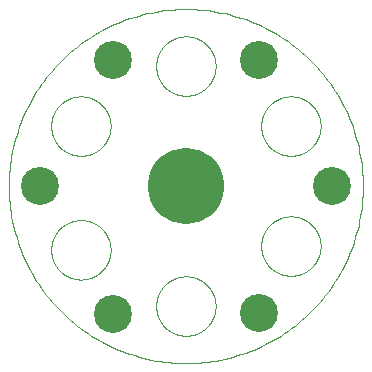
<source format=gtl>
G75*
%MOIN*%
%OFA0B0*%
%FSLAX25Y25*%
%IPPOS*%
%LPD*%
%AMOC8*
5,1,8,0,0,1.08239X$1,22.5*
%
%ADD10C,0.00010*%
%ADD11C,0.00016*%
%ADD12C,0.12661*%
%ADD13C,0.25400*%
%ADD14C,0.02975*%
D10*
X0015108Y0040550D02*
X0015111Y0040793D01*
X0015120Y0041036D01*
X0015135Y0041278D01*
X0015156Y0041520D01*
X0015182Y0041762D01*
X0015215Y0042003D01*
X0015254Y0042243D01*
X0015298Y0042481D01*
X0015349Y0042719D01*
X0015405Y0042956D01*
X0015467Y0043190D01*
X0015534Y0043424D01*
X0015608Y0043655D01*
X0015687Y0043885D01*
X0015771Y0044113D01*
X0015862Y0044339D01*
X0015957Y0044562D01*
X0016059Y0044783D01*
X0016165Y0045001D01*
X0016277Y0045217D01*
X0016394Y0045430D01*
X0016516Y0045640D01*
X0016644Y0045846D01*
X0016776Y0046050D01*
X0016914Y0046251D01*
X0017056Y0046447D01*
X0017203Y0046641D01*
X0017355Y0046830D01*
X0017512Y0047016D01*
X0017673Y0047198D01*
X0017838Y0047376D01*
X0018008Y0047550D01*
X0018182Y0047720D01*
X0018360Y0047885D01*
X0018542Y0048046D01*
X0018728Y0048203D01*
X0018917Y0048355D01*
X0019111Y0048502D01*
X0019307Y0048644D01*
X0019508Y0048782D01*
X0019712Y0048914D01*
X0019918Y0049042D01*
X0020128Y0049164D01*
X0020341Y0049281D01*
X0020557Y0049393D01*
X0020775Y0049499D01*
X0020996Y0049601D01*
X0021219Y0049696D01*
X0021445Y0049787D01*
X0021673Y0049871D01*
X0021903Y0049950D01*
X0022134Y0050024D01*
X0022368Y0050091D01*
X0022602Y0050153D01*
X0022839Y0050209D01*
X0023077Y0050260D01*
X0023315Y0050304D01*
X0023555Y0050343D01*
X0023796Y0050376D01*
X0024038Y0050402D01*
X0024280Y0050423D01*
X0024522Y0050438D01*
X0024765Y0050447D01*
X0025008Y0050450D01*
X0025251Y0050447D01*
X0025494Y0050438D01*
X0025736Y0050423D01*
X0025978Y0050402D01*
X0026220Y0050376D01*
X0026461Y0050343D01*
X0026701Y0050304D01*
X0026939Y0050260D01*
X0027177Y0050209D01*
X0027414Y0050153D01*
X0027648Y0050091D01*
X0027882Y0050024D01*
X0028113Y0049950D01*
X0028343Y0049871D01*
X0028571Y0049787D01*
X0028797Y0049696D01*
X0029020Y0049601D01*
X0029241Y0049499D01*
X0029459Y0049393D01*
X0029675Y0049281D01*
X0029888Y0049164D01*
X0030098Y0049042D01*
X0030304Y0048914D01*
X0030508Y0048782D01*
X0030709Y0048644D01*
X0030905Y0048502D01*
X0031099Y0048355D01*
X0031288Y0048203D01*
X0031474Y0048046D01*
X0031656Y0047885D01*
X0031834Y0047720D01*
X0032008Y0047550D01*
X0032178Y0047376D01*
X0032343Y0047198D01*
X0032504Y0047016D01*
X0032661Y0046830D01*
X0032813Y0046641D01*
X0032960Y0046447D01*
X0033102Y0046251D01*
X0033240Y0046050D01*
X0033372Y0045846D01*
X0033500Y0045640D01*
X0033622Y0045430D01*
X0033739Y0045217D01*
X0033851Y0045001D01*
X0033957Y0044783D01*
X0034059Y0044562D01*
X0034154Y0044339D01*
X0034245Y0044113D01*
X0034329Y0043885D01*
X0034408Y0043655D01*
X0034482Y0043424D01*
X0034549Y0043190D01*
X0034611Y0042956D01*
X0034667Y0042719D01*
X0034718Y0042481D01*
X0034762Y0042243D01*
X0034801Y0042003D01*
X0034834Y0041762D01*
X0034860Y0041520D01*
X0034881Y0041278D01*
X0034896Y0041036D01*
X0034905Y0040793D01*
X0034908Y0040550D01*
X0034905Y0040307D01*
X0034896Y0040064D01*
X0034881Y0039822D01*
X0034860Y0039580D01*
X0034834Y0039338D01*
X0034801Y0039097D01*
X0034762Y0038857D01*
X0034718Y0038619D01*
X0034667Y0038381D01*
X0034611Y0038144D01*
X0034549Y0037910D01*
X0034482Y0037676D01*
X0034408Y0037445D01*
X0034329Y0037215D01*
X0034245Y0036987D01*
X0034154Y0036761D01*
X0034059Y0036538D01*
X0033957Y0036317D01*
X0033851Y0036099D01*
X0033739Y0035883D01*
X0033622Y0035670D01*
X0033500Y0035460D01*
X0033372Y0035254D01*
X0033240Y0035050D01*
X0033102Y0034849D01*
X0032960Y0034653D01*
X0032813Y0034459D01*
X0032661Y0034270D01*
X0032504Y0034084D01*
X0032343Y0033902D01*
X0032178Y0033724D01*
X0032008Y0033550D01*
X0031834Y0033380D01*
X0031656Y0033215D01*
X0031474Y0033054D01*
X0031288Y0032897D01*
X0031099Y0032745D01*
X0030905Y0032598D01*
X0030709Y0032456D01*
X0030508Y0032318D01*
X0030304Y0032186D01*
X0030098Y0032058D01*
X0029888Y0031936D01*
X0029675Y0031819D01*
X0029459Y0031707D01*
X0029241Y0031601D01*
X0029020Y0031499D01*
X0028797Y0031404D01*
X0028571Y0031313D01*
X0028343Y0031229D01*
X0028113Y0031150D01*
X0027882Y0031076D01*
X0027648Y0031009D01*
X0027414Y0030947D01*
X0027177Y0030891D01*
X0026939Y0030840D01*
X0026701Y0030796D01*
X0026461Y0030757D01*
X0026220Y0030724D01*
X0025978Y0030698D01*
X0025736Y0030677D01*
X0025494Y0030662D01*
X0025251Y0030653D01*
X0025008Y0030650D01*
X0024765Y0030653D01*
X0024522Y0030662D01*
X0024280Y0030677D01*
X0024038Y0030698D01*
X0023796Y0030724D01*
X0023555Y0030757D01*
X0023315Y0030796D01*
X0023077Y0030840D01*
X0022839Y0030891D01*
X0022602Y0030947D01*
X0022368Y0031009D01*
X0022134Y0031076D01*
X0021903Y0031150D01*
X0021673Y0031229D01*
X0021445Y0031313D01*
X0021219Y0031404D01*
X0020996Y0031499D01*
X0020775Y0031601D01*
X0020557Y0031707D01*
X0020341Y0031819D01*
X0020128Y0031936D01*
X0019918Y0032058D01*
X0019712Y0032186D01*
X0019508Y0032318D01*
X0019307Y0032456D01*
X0019111Y0032598D01*
X0018917Y0032745D01*
X0018728Y0032897D01*
X0018542Y0033054D01*
X0018360Y0033215D01*
X0018182Y0033380D01*
X0018008Y0033550D01*
X0017838Y0033724D01*
X0017673Y0033902D01*
X0017512Y0034084D01*
X0017355Y0034270D01*
X0017203Y0034459D01*
X0017056Y0034653D01*
X0016914Y0034849D01*
X0016776Y0035050D01*
X0016644Y0035254D01*
X0016516Y0035460D01*
X0016394Y0035670D01*
X0016277Y0035883D01*
X0016165Y0036099D01*
X0016059Y0036317D01*
X0015957Y0036538D01*
X0015862Y0036761D01*
X0015771Y0036987D01*
X0015687Y0037215D01*
X0015608Y0037445D01*
X0015534Y0037676D01*
X0015467Y0037910D01*
X0015405Y0038144D01*
X0015349Y0038381D01*
X0015298Y0038619D01*
X0015254Y0038857D01*
X0015215Y0039097D01*
X0015182Y0039338D01*
X0015156Y0039580D01*
X0015135Y0039822D01*
X0015120Y0040064D01*
X0015111Y0040307D01*
X0015108Y0040550D01*
X0015108Y0081800D02*
X0015111Y0082043D01*
X0015120Y0082286D01*
X0015135Y0082528D01*
X0015156Y0082770D01*
X0015182Y0083012D01*
X0015215Y0083253D01*
X0015254Y0083493D01*
X0015298Y0083731D01*
X0015349Y0083969D01*
X0015405Y0084206D01*
X0015467Y0084440D01*
X0015534Y0084674D01*
X0015608Y0084905D01*
X0015687Y0085135D01*
X0015771Y0085363D01*
X0015862Y0085589D01*
X0015957Y0085812D01*
X0016059Y0086033D01*
X0016165Y0086251D01*
X0016277Y0086467D01*
X0016394Y0086680D01*
X0016516Y0086890D01*
X0016644Y0087096D01*
X0016776Y0087300D01*
X0016914Y0087501D01*
X0017056Y0087697D01*
X0017203Y0087891D01*
X0017355Y0088080D01*
X0017512Y0088266D01*
X0017673Y0088448D01*
X0017838Y0088626D01*
X0018008Y0088800D01*
X0018182Y0088970D01*
X0018360Y0089135D01*
X0018542Y0089296D01*
X0018728Y0089453D01*
X0018917Y0089605D01*
X0019111Y0089752D01*
X0019307Y0089894D01*
X0019508Y0090032D01*
X0019712Y0090164D01*
X0019918Y0090292D01*
X0020128Y0090414D01*
X0020341Y0090531D01*
X0020557Y0090643D01*
X0020775Y0090749D01*
X0020996Y0090851D01*
X0021219Y0090946D01*
X0021445Y0091037D01*
X0021673Y0091121D01*
X0021903Y0091200D01*
X0022134Y0091274D01*
X0022368Y0091341D01*
X0022602Y0091403D01*
X0022839Y0091459D01*
X0023077Y0091510D01*
X0023315Y0091554D01*
X0023555Y0091593D01*
X0023796Y0091626D01*
X0024038Y0091652D01*
X0024280Y0091673D01*
X0024522Y0091688D01*
X0024765Y0091697D01*
X0025008Y0091700D01*
X0025251Y0091697D01*
X0025494Y0091688D01*
X0025736Y0091673D01*
X0025978Y0091652D01*
X0026220Y0091626D01*
X0026461Y0091593D01*
X0026701Y0091554D01*
X0026939Y0091510D01*
X0027177Y0091459D01*
X0027414Y0091403D01*
X0027648Y0091341D01*
X0027882Y0091274D01*
X0028113Y0091200D01*
X0028343Y0091121D01*
X0028571Y0091037D01*
X0028797Y0090946D01*
X0029020Y0090851D01*
X0029241Y0090749D01*
X0029459Y0090643D01*
X0029675Y0090531D01*
X0029888Y0090414D01*
X0030098Y0090292D01*
X0030304Y0090164D01*
X0030508Y0090032D01*
X0030709Y0089894D01*
X0030905Y0089752D01*
X0031099Y0089605D01*
X0031288Y0089453D01*
X0031474Y0089296D01*
X0031656Y0089135D01*
X0031834Y0088970D01*
X0032008Y0088800D01*
X0032178Y0088626D01*
X0032343Y0088448D01*
X0032504Y0088266D01*
X0032661Y0088080D01*
X0032813Y0087891D01*
X0032960Y0087697D01*
X0033102Y0087501D01*
X0033240Y0087300D01*
X0033372Y0087096D01*
X0033500Y0086890D01*
X0033622Y0086680D01*
X0033739Y0086467D01*
X0033851Y0086251D01*
X0033957Y0086033D01*
X0034059Y0085812D01*
X0034154Y0085589D01*
X0034245Y0085363D01*
X0034329Y0085135D01*
X0034408Y0084905D01*
X0034482Y0084674D01*
X0034549Y0084440D01*
X0034611Y0084206D01*
X0034667Y0083969D01*
X0034718Y0083731D01*
X0034762Y0083493D01*
X0034801Y0083253D01*
X0034834Y0083012D01*
X0034860Y0082770D01*
X0034881Y0082528D01*
X0034896Y0082286D01*
X0034905Y0082043D01*
X0034908Y0081800D01*
X0034905Y0081557D01*
X0034896Y0081314D01*
X0034881Y0081072D01*
X0034860Y0080830D01*
X0034834Y0080588D01*
X0034801Y0080347D01*
X0034762Y0080107D01*
X0034718Y0079869D01*
X0034667Y0079631D01*
X0034611Y0079394D01*
X0034549Y0079160D01*
X0034482Y0078926D01*
X0034408Y0078695D01*
X0034329Y0078465D01*
X0034245Y0078237D01*
X0034154Y0078011D01*
X0034059Y0077788D01*
X0033957Y0077567D01*
X0033851Y0077349D01*
X0033739Y0077133D01*
X0033622Y0076920D01*
X0033500Y0076710D01*
X0033372Y0076504D01*
X0033240Y0076300D01*
X0033102Y0076099D01*
X0032960Y0075903D01*
X0032813Y0075709D01*
X0032661Y0075520D01*
X0032504Y0075334D01*
X0032343Y0075152D01*
X0032178Y0074974D01*
X0032008Y0074800D01*
X0031834Y0074630D01*
X0031656Y0074465D01*
X0031474Y0074304D01*
X0031288Y0074147D01*
X0031099Y0073995D01*
X0030905Y0073848D01*
X0030709Y0073706D01*
X0030508Y0073568D01*
X0030304Y0073436D01*
X0030098Y0073308D01*
X0029888Y0073186D01*
X0029675Y0073069D01*
X0029459Y0072957D01*
X0029241Y0072851D01*
X0029020Y0072749D01*
X0028797Y0072654D01*
X0028571Y0072563D01*
X0028343Y0072479D01*
X0028113Y0072400D01*
X0027882Y0072326D01*
X0027648Y0072259D01*
X0027414Y0072197D01*
X0027177Y0072141D01*
X0026939Y0072090D01*
X0026701Y0072046D01*
X0026461Y0072007D01*
X0026220Y0071974D01*
X0025978Y0071948D01*
X0025736Y0071927D01*
X0025494Y0071912D01*
X0025251Y0071903D01*
X0025008Y0071900D01*
X0024765Y0071903D01*
X0024522Y0071912D01*
X0024280Y0071927D01*
X0024038Y0071948D01*
X0023796Y0071974D01*
X0023555Y0072007D01*
X0023315Y0072046D01*
X0023077Y0072090D01*
X0022839Y0072141D01*
X0022602Y0072197D01*
X0022368Y0072259D01*
X0022134Y0072326D01*
X0021903Y0072400D01*
X0021673Y0072479D01*
X0021445Y0072563D01*
X0021219Y0072654D01*
X0020996Y0072749D01*
X0020775Y0072851D01*
X0020557Y0072957D01*
X0020341Y0073069D01*
X0020128Y0073186D01*
X0019918Y0073308D01*
X0019712Y0073436D01*
X0019508Y0073568D01*
X0019307Y0073706D01*
X0019111Y0073848D01*
X0018917Y0073995D01*
X0018728Y0074147D01*
X0018542Y0074304D01*
X0018360Y0074465D01*
X0018182Y0074630D01*
X0018008Y0074800D01*
X0017838Y0074974D01*
X0017673Y0075152D01*
X0017512Y0075334D01*
X0017355Y0075520D01*
X0017203Y0075709D01*
X0017056Y0075903D01*
X0016914Y0076099D01*
X0016776Y0076300D01*
X0016644Y0076504D01*
X0016516Y0076710D01*
X0016394Y0076920D01*
X0016277Y0077133D01*
X0016165Y0077349D01*
X0016059Y0077567D01*
X0015957Y0077788D01*
X0015862Y0078011D01*
X0015771Y0078237D01*
X0015687Y0078465D01*
X0015608Y0078695D01*
X0015534Y0078926D01*
X0015467Y0079160D01*
X0015405Y0079394D01*
X0015349Y0079631D01*
X0015298Y0079869D01*
X0015254Y0080107D01*
X0015215Y0080347D01*
X0015182Y0080588D01*
X0015156Y0080830D01*
X0015135Y0081072D01*
X0015120Y0081314D01*
X0015111Y0081557D01*
X0015108Y0081800D01*
X0050108Y0101800D02*
X0050111Y0102043D01*
X0050120Y0102286D01*
X0050135Y0102528D01*
X0050156Y0102770D01*
X0050182Y0103012D01*
X0050215Y0103253D01*
X0050254Y0103493D01*
X0050298Y0103731D01*
X0050349Y0103969D01*
X0050405Y0104206D01*
X0050467Y0104440D01*
X0050534Y0104674D01*
X0050608Y0104905D01*
X0050687Y0105135D01*
X0050771Y0105363D01*
X0050862Y0105589D01*
X0050957Y0105812D01*
X0051059Y0106033D01*
X0051165Y0106251D01*
X0051277Y0106467D01*
X0051394Y0106680D01*
X0051516Y0106890D01*
X0051644Y0107096D01*
X0051776Y0107300D01*
X0051914Y0107501D01*
X0052056Y0107697D01*
X0052203Y0107891D01*
X0052355Y0108080D01*
X0052512Y0108266D01*
X0052673Y0108448D01*
X0052838Y0108626D01*
X0053008Y0108800D01*
X0053182Y0108970D01*
X0053360Y0109135D01*
X0053542Y0109296D01*
X0053728Y0109453D01*
X0053917Y0109605D01*
X0054111Y0109752D01*
X0054307Y0109894D01*
X0054508Y0110032D01*
X0054712Y0110164D01*
X0054918Y0110292D01*
X0055128Y0110414D01*
X0055341Y0110531D01*
X0055557Y0110643D01*
X0055775Y0110749D01*
X0055996Y0110851D01*
X0056219Y0110946D01*
X0056445Y0111037D01*
X0056673Y0111121D01*
X0056903Y0111200D01*
X0057134Y0111274D01*
X0057368Y0111341D01*
X0057602Y0111403D01*
X0057839Y0111459D01*
X0058077Y0111510D01*
X0058315Y0111554D01*
X0058555Y0111593D01*
X0058796Y0111626D01*
X0059038Y0111652D01*
X0059280Y0111673D01*
X0059522Y0111688D01*
X0059765Y0111697D01*
X0060008Y0111700D01*
X0060251Y0111697D01*
X0060494Y0111688D01*
X0060736Y0111673D01*
X0060978Y0111652D01*
X0061220Y0111626D01*
X0061461Y0111593D01*
X0061701Y0111554D01*
X0061939Y0111510D01*
X0062177Y0111459D01*
X0062414Y0111403D01*
X0062648Y0111341D01*
X0062882Y0111274D01*
X0063113Y0111200D01*
X0063343Y0111121D01*
X0063571Y0111037D01*
X0063797Y0110946D01*
X0064020Y0110851D01*
X0064241Y0110749D01*
X0064459Y0110643D01*
X0064675Y0110531D01*
X0064888Y0110414D01*
X0065098Y0110292D01*
X0065304Y0110164D01*
X0065508Y0110032D01*
X0065709Y0109894D01*
X0065905Y0109752D01*
X0066099Y0109605D01*
X0066288Y0109453D01*
X0066474Y0109296D01*
X0066656Y0109135D01*
X0066834Y0108970D01*
X0067008Y0108800D01*
X0067178Y0108626D01*
X0067343Y0108448D01*
X0067504Y0108266D01*
X0067661Y0108080D01*
X0067813Y0107891D01*
X0067960Y0107697D01*
X0068102Y0107501D01*
X0068240Y0107300D01*
X0068372Y0107096D01*
X0068500Y0106890D01*
X0068622Y0106680D01*
X0068739Y0106467D01*
X0068851Y0106251D01*
X0068957Y0106033D01*
X0069059Y0105812D01*
X0069154Y0105589D01*
X0069245Y0105363D01*
X0069329Y0105135D01*
X0069408Y0104905D01*
X0069482Y0104674D01*
X0069549Y0104440D01*
X0069611Y0104206D01*
X0069667Y0103969D01*
X0069718Y0103731D01*
X0069762Y0103493D01*
X0069801Y0103253D01*
X0069834Y0103012D01*
X0069860Y0102770D01*
X0069881Y0102528D01*
X0069896Y0102286D01*
X0069905Y0102043D01*
X0069908Y0101800D01*
X0069905Y0101557D01*
X0069896Y0101314D01*
X0069881Y0101072D01*
X0069860Y0100830D01*
X0069834Y0100588D01*
X0069801Y0100347D01*
X0069762Y0100107D01*
X0069718Y0099869D01*
X0069667Y0099631D01*
X0069611Y0099394D01*
X0069549Y0099160D01*
X0069482Y0098926D01*
X0069408Y0098695D01*
X0069329Y0098465D01*
X0069245Y0098237D01*
X0069154Y0098011D01*
X0069059Y0097788D01*
X0068957Y0097567D01*
X0068851Y0097349D01*
X0068739Y0097133D01*
X0068622Y0096920D01*
X0068500Y0096710D01*
X0068372Y0096504D01*
X0068240Y0096300D01*
X0068102Y0096099D01*
X0067960Y0095903D01*
X0067813Y0095709D01*
X0067661Y0095520D01*
X0067504Y0095334D01*
X0067343Y0095152D01*
X0067178Y0094974D01*
X0067008Y0094800D01*
X0066834Y0094630D01*
X0066656Y0094465D01*
X0066474Y0094304D01*
X0066288Y0094147D01*
X0066099Y0093995D01*
X0065905Y0093848D01*
X0065709Y0093706D01*
X0065508Y0093568D01*
X0065304Y0093436D01*
X0065098Y0093308D01*
X0064888Y0093186D01*
X0064675Y0093069D01*
X0064459Y0092957D01*
X0064241Y0092851D01*
X0064020Y0092749D01*
X0063797Y0092654D01*
X0063571Y0092563D01*
X0063343Y0092479D01*
X0063113Y0092400D01*
X0062882Y0092326D01*
X0062648Y0092259D01*
X0062414Y0092197D01*
X0062177Y0092141D01*
X0061939Y0092090D01*
X0061701Y0092046D01*
X0061461Y0092007D01*
X0061220Y0091974D01*
X0060978Y0091948D01*
X0060736Y0091927D01*
X0060494Y0091912D01*
X0060251Y0091903D01*
X0060008Y0091900D01*
X0059765Y0091903D01*
X0059522Y0091912D01*
X0059280Y0091927D01*
X0059038Y0091948D01*
X0058796Y0091974D01*
X0058555Y0092007D01*
X0058315Y0092046D01*
X0058077Y0092090D01*
X0057839Y0092141D01*
X0057602Y0092197D01*
X0057368Y0092259D01*
X0057134Y0092326D01*
X0056903Y0092400D01*
X0056673Y0092479D01*
X0056445Y0092563D01*
X0056219Y0092654D01*
X0055996Y0092749D01*
X0055775Y0092851D01*
X0055557Y0092957D01*
X0055341Y0093069D01*
X0055128Y0093186D01*
X0054918Y0093308D01*
X0054712Y0093436D01*
X0054508Y0093568D01*
X0054307Y0093706D01*
X0054111Y0093848D01*
X0053917Y0093995D01*
X0053728Y0094147D01*
X0053542Y0094304D01*
X0053360Y0094465D01*
X0053182Y0094630D01*
X0053008Y0094800D01*
X0052838Y0094974D01*
X0052673Y0095152D01*
X0052512Y0095334D01*
X0052355Y0095520D01*
X0052203Y0095709D01*
X0052056Y0095903D01*
X0051914Y0096099D01*
X0051776Y0096300D01*
X0051644Y0096504D01*
X0051516Y0096710D01*
X0051394Y0096920D01*
X0051277Y0097133D01*
X0051165Y0097349D01*
X0051059Y0097567D01*
X0050957Y0097788D01*
X0050862Y0098011D01*
X0050771Y0098237D01*
X0050687Y0098465D01*
X0050608Y0098695D01*
X0050534Y0098926D01*
X0050467Y0099160D01*
X0050405Y0099394D01*
X0050349Y0099631D01*
X0050298Y0099869D01*
X0050254Y0100107D01*
X0050215Y0100347D01*
X0050182Y0100588D01*
X0050156Y0100830D01*
X0050135Y0101072D01*
X0050120Y0101314D01*
X0050111Y0101557D01*
X0050108Y0101800D01*
X0085108Y0081800D02*
X0085111Y0082043D01*
X0085120Y0082286D01*
X0085135Y0082528D01*
X0085156Y0082770D01*
X0085182Y0083012D01*
X0085215Y0083253D01*
X0085254Y0083493D01*
X0085298Y0083731D01*
X0085349Y0083969D01*
X0085405Y0084206D01*
X0085467Y0084440D01*
X0085534Y0084674D01*
X0085608Y0084905D01*
X0085687Y0085135D01*
X0085771Y0085363D01*
X0085862Y0085589D01*
X0085957Y0085812D01*
X0086059Y0086033D01*
X0086165Y0086251D01*
X0086277Y0086467D01*
X0086394Y0086680D01*
X0086516Y0086890D01*
X0086644Y0087096D01*
X0086776Y0087300D01*
X0086914Y0087501D01*
X0087056Y0087697D01*
X0087203Y0087891D01*
X0087355Y0088080D01*
X0087512Y0088266D01*
X0087673Y0088448D01*
X0087838Y0088626D01*
X0088008Y0088800D01*
X0088182Y0088970D01*
X0088360Y0089135D01*
X0088542Y0089296D01*
X0088728Y0089453D01*
X0088917Y0089605D01*
X0089111Y0089752D01*
X0089307Y0089894D01*
X0089508Y0090032D01*
X0089712Y0090164D01*
X0089918Y0090292D01*
X0090128Y0090414D01*
X0090341Y0090531D01*
X0090557Y0090643D01*
X0090775Y0090749D01*
X0090996Y0090851D01*
X0091219Y0090946D01*
X0091445Y0091037D01*
X0091673Y0091121D01*
X0091903Y0091200D01*
X0092134Y0091274D01*
X0092368Y0091341D01*
X0092602Y0091403D01*
X0092839Y0091459D01*
X0093077Y0091510D01*
X0093315Y0091554D01*
X0093555Y0091593D01*
X0093796Y0091626D01*
X0094038Y0091652D01*
X0094280Y0091673D01*
X0094522Y0091688D01*
X0094765Y0091697D01*
X0095008Y0091700D01*
X0095251Y0091697D01*
X0095494Y0091688D01*
X0095736Y0091673D01*
X0095978Y0091652D01*
X0096220Y0091626D01*
X0096461Y0091593D01*
X0096701Y0091554D01*
X0096939Y0091510D01*
X0097177Y0091459D01*
X0097414Y0091403D01*
X0097648Y0091341D01*
X0097882Y0091274D01*
X0098113Y0091200D01*
X0098343Y0091121D01*
X0098571Y0091037D01*
X0098797Y0090946D01*
X0099020Y0090851D01*
X0099241Y0090749D01*
X0099459Y0090643D01*
X0099675Y0090531D01*
X0099888Y0090414D01*
X0100098Y0090292D01*
X0100304Y0090164D01*
X0100508Y0090032D01*
X0100709Y0089894D01*
X0100905Y0089752D01*
X0101099Y0089605D01*
X0101288Y0089453D01*
X0101474Y0089296D01*
X0101656Y0089135D01*
X0101834Y0088970D01*
X0102008Y0088800D01*
X0102178Y0088626D01*
X0102343Y0088448D01*
X0102504Y0088266D01*
X0102661Y0088080D01*
X0102813Y0087891D01*
X0102960Y0087697D01*
X0103102Y0087501D01*
X0103240Y0087300D01*
X0103372Y0087096D01*
X0103500Y0086890D01*
X0103622Y0086680D01*
X0103739Y0086467D01*
X0103851Y0086251D01*
X0103957Y0086033D01*
X0104059Y0085812D01*
X0104154Y0085589D01*
X0104245Y0085363D01*
X0104329Y0085135D01*
X0104408Y0084905D01*
X0104482Y0084674D01*
X0104549Y0084440D01*
X0104611Y0084206D01*
X0104667Y0083969D01*
X0104718Y0083731D01*
X0104762Y0083493D01*
X0104801Y0083253D01*
X0104834Y0083012D01*
X0104860Y0082770D01*
X0104881Y0082528D01*
X0104896Y0082286D01*
X0104905Y0082043D01*
X0104908Y0081800D01*
X0104905Y0081557D01*
X0104896Y0081314D01*
X0104881Y0081072D01*
X0104860Y0080830D01*
X0104834Y0080588D01*
X0104801Y0080347D01*
X0104762Y0080107D01*
X0104718Y0079869D01*
X0104667Y0079631D01*
X0104611Y0079394D01*
X0104549Y0079160D01*
X0104482Y0078926D01*
X0104408Y0078695D01*
X0104329Y0078465D01*
X0104245Y0078237D01*
X0104154Y0078011D01*
X0104059Y0077788D01*
X0103957Y0077567D01*
X0103851Y0077349D01*
X0103739Y0077133D01*
X0103622Y0076920D01*
X0103500Y0076710D01*
X0103372Y0076504D01*
X0103240Y0076300D01*
X0103102Y0076099D01*
X0102960Y0075903D01*
X0102813Y0075709D01*
X0102661Y0075520D01*
X0102504Y0075334D01*
X0102343Y0075152D01*
X0102178Y0074974D01*
X0102008Y0074800D01*
X0101834Y0074630D01*
X0101656Y0074465D01*
X0101474Y0074304D01*
X0101288Y0074147D01*
X0101099Y0073995D01*
X0100905Y0073848D01*
X0100709Y0073706D01*
X0100508Y0073568D01*
X0100304Y0073436D01*
X0100098Y0073308D01*
X0099888Y0073186D01*
X0099675Y0073069D01*
X0099459Y0072957D01*
X0099241Y0072851D01*
X0099020Y0072749D01*
X0098797Y0072654D01*
X0098571Y0072563D01*
X0098343Y0072479D01*
X0098113Y0072400D01*
X0097882Y0072326D01*
X0097648Y0072259D01*
X0097414Y0072197D01*
X0097177Y0072141D01*
X0096939Y0072090D01*
X0096701Y0072046D01*
X0096461Y0072007D01*
X0096220Y0071974D01*
X0095978Y0071948D01*
X0095736Y0071927D01*
X0095494Y0071912D01*
X0095251Y0071903D01*
X0095008Y0071900D01*
X0094765Y0071903D01*
X0094522Y0071912D01*
X0094280Y0071927D01*
X0094038Y0071948D01*
X0093796Y0071974D01*
X0093555Y0072007D01*
X0093315Y0072046D01*
X0093077Y0072090D01*
X0092839Y0072141D01*
X0092602Y0072197D01*
X0092368Y0072259D01*
X0092134Y0072326D01*
X0091903Y0072400D01*
X0091673Y0072479D01*
X0091445Y0072563D01*
X0091219Y0072654D01*
X0090996Y0072749D01*
X0090775Y0072851D01*
X0090557Y0072957D01*
X0090341Y0073069D01*
X0090128Y0073186D01*
X0089918Y0073308D01*
X0089712Y0073436D01*
X0089508Y0073568D01*
X0089307Y0073706D01*
X0089111Y0073848D01*
X0088917Y0073995D01*
X0088728Y0074147D01*
X0088542Y0074304D01*
X0088360Y0074465D01*
X0088182Y0074630D01*
X0088008Y0074800D01*
X0087838Y0074974D01*
X0087673Y0075152D01*
X0087512Y0075334D01*
X0087355Y0075520D01*
X0087203Y0075709D01*
X0087056Y0075903D01*
X0086914Y0076099D01*
X0086776Y0076300D01*
X0086644Y0076504D01*
X0086516Y0076710D01*
X0086394Y0076920D01*
X0086277Y0077133D01*
X0086165Y0077349D01*
X0086059Y0077567D01*
X0085957Y0077788D01*
X0085862Y0078011D01*
X0085771Y0078237D01*
X0085687Y0078465D01*
X0085608Y0078695D01*
X0085534Y0078926D01*
X0085467Y0079160D01*
X0085405Y0079394D01*
X0085349Y0079631D01*
X0085298Y0079869D01*
X0085254Y0080107D01*
X0085215Y0080347D01*
X0085182Y0080588D01*
X0085156Y0080830D01*
X0085135Y0081072D01*
X0085120Y0081314D01*
X0085111Y0081557D01*
X0085108Y0081800D01*
X0085108Y0041800D02*
X0085111Y0042043D01*
X0085120Y0042286D01*
X0085135Y0042528D01*
X0085156Y0042770D01*
X0085182Y0043012D01*
X0085215Y0043253D01*
X0085254Y0043493D01*
X0085298Y0043731D01*
X0085349Y0043969D01*
X0085405Y0044206D01*
X0085467Y0044440D01*
X0085534Y0044674D01*
X0085608Y0044905D01*
X0085687Y0045135D01*
X0085771Y0045363D01*
X0085862Y0045589D01*
X0085957Y0045812D01*
X0086059Y0046033D01*
X0086165Y0046251D01*
X0086277Y0046467D01*
X0086394Y0046680D01*
X0086516Y0046890D01*
X0086644Y0047096D01*
X0086776Y0047300D01*
X0086914Y0047501D01*
X0087056Y0047697D01*
X0087203Y0047891D01*
X0087355Y0048080D01*
X0087512Y0048266D01*
X0087673Y0048448D01*
X0087838Y0048626D01*
X0088008Y0048800D01*
X0088182Y0048970D01*
X0088360Y0049135D01*
X0088542Y0049296D01*
X0088728Y0049453D01*
X0088917Y0049605D01*
X0089111Y0049752D01*
X0089307Y0049894D01*
X0089508Y0050032D01*
X0089712Y0050164D01*
X0089918Y0050292D01*
X0090128Y0050414D01*
X0090341Y0050531D01*
X0090557Y0050643D01*
X0090775Y0050749D01*
X0090996Y0050851D01*
X0091219Y0050946D01*
X0091445Y0051037D01*
X0091673Y0051121D01*
X0091903Y0051200D01*
X0092134Y0051274D01*
X0092368Y0051341D01*
X0092602Y0051403D01*
X0092839Y0051459D01*
X0093077Y0051510D01*
X0093315Y0051554D01*
X0093555Y0051593D01*
X0093796Y0051626D01*
X0094038Y0051652D01*
X0094280Y0051673D01*
X0094522Y0051688D01*
X0094765Y0051697D01*
X0095008Y0051700D01*
X0095251Y0051697D01*
X0095494Y0051688D01*
X0095736Y0051673D01*
X0095978Y0051652D01*
X0096220Y0051626D01*
X0096461Y0051593D01*
X0096701Y0051554D01*
X0096939Y0051510D01*
X0097177Y0051459D01*
X0097414Y0051403D01*
X0097648Y0051341D01*
X0097882Y0051274D01*
X0098113Y0051200D01*
X0098343Y0051121D01*
X0098571Y0051037D01*
X0098797Y0050946D01*
X0099020Y0050851D01*
X0099241Y0050749D01*
X0099459Y0050643D01*
X0099675Y0050531D01*
X0099888Y0050414D01*
X0100098Y0050292D01*
X0100304Y0050164D01*
X0100508Y0050032D01*
X0100709Y0049894D01*
X0100905Y0049752D01*
X0101099Y0049605D01*
X0101288Y0049453D01*
X0101474Y0049296D01*
X0101656Y0049135D01*
X0101834Y0048970D01*
X0102008Y0048800D01*
X0102178Y0048626D01*
X0102343Y0048448D01*
X0102504Y0048266D01*
X0102661Y0048080D01*
X0102813Y0047891D01*
X0102960Y0047697D01*
X0103102Y0047501D01*
X0103240Y0047300D01*
X0103372Y0047096D01*
X0103500Y0046890D01*
X0103622Y0046680D01*
X0103739Y0046467D01*
X0103851Y0046251D01*
X0103957Y0046033D01*
X0104059Y0045812D01*
X0104154Y0045589D01*
X0104245Y0045363D01*
X0104329Y0045135D01*
X0104408Y0044905D01*
X0104482Y0044674D01*
X0104549Y0044440D01*
X0104611Y0044206D01*
X0104667Y0043969D01*
X0104718Y0043731D01*
X0104762Y0043493D01*
X0104801Y0043253D01*
X0104834Y0043012D01*
X0104860Y0042770D01*
X0104881Y0042528D01*
X0104896Y0042286D01*
X0104905Y0042043D01*
X0104908Y0041800D01*
X0104905Y0041557D01*
X0104896Y0041314D01*
X0104881Y0041072D01*
X0104860Y0040830D01*
X0104834Y0040588D01*
X0104801Y0040347D01*
X0104762Y0040107D01*
X0104718Y0039869D01*
X0104667Y0039631D01*
X0104611Y0039394D01*
X0104549Y0039160D01*
X0104482Y0038926D01*
X0104408Y0038695D01*
X0104329Y0038465D01*
X0104245Y0038237D01*
X0104154Y0038011D01*
X0104059Y0037788D01*
X0103957Y0037567D01*
X0103851Y0037349D01*
X0103739Y0037133D01*
X0103622Y0036920D01*
X0103500Y0036710D01*
X0103372Y0036504D01*
X0103240Y0036300D01*
X0103102Y0036099D01*
X0102960Y0035903D01*
X0102813Y0035709D01*
X0102661Y0035520D01*
X0102504Y0035334D01*
X0102343Y0035152D01*
X0102178Y0034974D01*
X0102008Y0034800D01*
X0101834Y0034630D01*
X0101656Y0034465D01*
X0101474Y0034304D01*
X0101288Y0034147D01*
X0101099Y0033995D01*
X0100905Y0033848D01*
X0100709Y0033706D01*
X0100508Y0033568D01*
X0100304Y0033436D01*
X0100098Y0033308D01*
X0099888Y0033186D01*
X0099675Y0033069D01*
X0099459Y0032957D01*
X0099241Y0032851D01*
X0099020Y0032749D01*
X0098797Y0032654D01*
X0098571Y0032563D01*
X0098343Y0032479D01*
X0098113Y0032400D01*
X0097882Y0032326D01*
X0097648Y0032259D01*
X0097414Y0032197D01*
X0097177Y0032141D01*
X0096939Y0032090D01*
X0096701Y0032046D01*
X0096461Y0032007D01*
X0096220Y0031974D01*
X0095978Y0031948D01*
X0095736Y0031927D01*
X0095494Y0031912D01*
X0095251Y0031903D01*
X0095008Y0031900D01*
X0094765Y0031903D01*
X0094522Y0031912D01*
X0094280Y0031927D01*
X0094038Y0031948D01*
X0093796Y0031974D01*
X0093555Y0032007D01*
X0093315Y0032046D01*
X0093077Y0032090D01*
X0092839Y0032141D01*
X0092602Y0032197D01*
X0092368Y0032259D01*
X0092134Y0032326D01*
X0091903Y0032400D01*
X0091673Y0032479D01*
X0091445Y0032563D01*
X0091219Y0032654D01*
X0090996Y0032749D01*
X0090775Y0032851D01*
X0090557Y0032957D01*
X0090341Y0033069D01*
X0090128Y0033186D01*
X0089918Y0033308D01*
X0089712Y0033436D01*
X0089508Y0033568D01*
X0089307Y0033706D01*
X0089111Y0033848D01*
X0088917Y0033995D01*
X0088728Y0034147D01*
X0088542Y0034304D01*
X0088360Y0034465D01*
X0088182Y0034630D01*
X0088008Y0034800D01*
X0087838Y0034974D01*
X0087673Y0035152D01*
X0087512Y0035334D01*
X0087355Y0035520D01*
X0087203Y0035709D01*
X0087056Y0035903D01*
X0086914Y0036099D01*
X0086776Y0036300D01*
X0086644Y0036504D01*
X0086516Y0036710D01*
X0086394Y0036920D01*
X0086277Y0037133D01*
X0086165Y0037349D01*
X0086059Y0037567D01*
X0085957Y0037788D01*
X0085862Y0038011D01*
X0085771Y0038237D01*
X0085687Y0038465D01*
X0085608Y0038695D01*
X0085534Y0038926D01*
X0085467Y0039160D01*
X0085405Y0039394D01*
X0085349Y0039631D01*
X0085298Y0039869D01*
X0085254Y0040107D01*
X0085215Y0040347D01*
X0085182Y0040588D01*
X0085156Y0040830D01*
X0085135Y0041072D01*
X0085120Y0041314D01*
X0085111Y0041557D01*
X0085108Y0041800D01*
X0050108Y0021800D02*
X0050111Y0022043D01*
X0050120Y0022286D01*
X0050135Y0022528D01*
X0050156Y0022770D01*
X0050182Y0023012D01*
X0050215Y0023253D01*
X0050254Y0023493D01*
X0050298Y0023731D01*
X0050349Y0023969D01*
X0050405Y0024206D01*
X0050467Y0024440D01*
X0050534Y0024674D01*
X0050608Y0024905D01*
X0050687Y0025135D01*
X0050771Y0025363D01*
X0050862Y0025589D01*
X0050957Y0025812D01*
X0051059Y0026033D01*
X0051165Y0026251D01*
X0051277Y0026467D01*
X0051394Y0026680D01*
X0051516Y0026890D01*
X0051644Y0027096D01*
X0051776Y0027300D01*
X0051914Y0027501D01*
X0052056Y0027697D01*
X0052203Y0027891D01*
X0052355Y0028080D01*
X0052512Y0028266D01*
X0052673Y0028448D01*
X0052838Y0028626D01*
X0053008Y0028800D01*
X0053182Y0028970D01*
X0053360Y0029135D01*
X0053542Y0029296D01*
X0053728Y0029453D01*
X0053917Y0029605D01*
X0054111Y0029752D01*
X0054307Y0029894D01*
X0054508Y0030032D01*
X0054712Y0030164D01*
X0054918Y0030292D01*
X0055128Y0030414D01*
X0055341Y0030531D01*
X0055557Y0030643D01*
X0055775Y0030749D01*
X0055996Y0030851D01*
X0056219Y0030946D01*
X0056445Y0031037D01*
X0056673Y0031121D01*
X0056903Y0031200D01*
X0057134Y0031274D01*
X0057368Y0031341D01*
X0057602Y0031403D01*
X0057839Y0031459D01*
X0058077Y0031510D01*
X0058315Y0031554D01*
X0058555Y0031593D01*
X0058796Y0031626D01*
X0059038Y0031652D01*
X0059280Y0031673D01*
X0059522Y0031688D01*
X0059765Y0031697D01*
X0060008Y0031700D01*
X0060251Y0031697D01*
X0060494Y0031688D01*
X0060736Y0031673D01*
X0060978Y0031652D01*
X0061220Y0031626D01*
X0061461Y0031593D01*
X0061701Y0031554D01*
X0061939Y0031510D01*
X0062177Y0031459D01*
X0062414Y0031403D01*
X0062648Y0031341D01*
X0062882Y0031274D01*
X0063113Y0031200D01*
X0063343Y0031121D01*
X0063571Y0031037D01*
X0063797Y0030946D01*
X0064020Y0030851D01*
X0064241Y0030749D01*
X0064459Y0030643D01*
X0064675Y0030531D01*
X0064888Y0030414D01*
X0065098Y0030292D01*
X0065304Y0030164D01*
X0065508Y0030032D01*
X0065709Y0029894D01*
X0065905Y0029752D01*
X0066099Y0029605D01*
X0066288Y0029453D01*
X0066474Y0029296D01*
X0066656Y0029135D01*
X0066834Y0028970D01*
X0067008Y0028800D01*
X0067178Y0028626D01*
X0067343Y0028448D01*
X0067504Y0028266D01*
X0067661Y0028080D01*
X0067813Y0027891D01*
X0067960Y0027697D01*
X0068102Y0027501D01*
X0068240Y0027300D01*
X0068372Y0027096D01*
X0068500Y0026890D01*
X0068622Y0026680D01*
X0068739Y0026467D01*
X0068851Y0026251D01*
X0068957Y0026033D01*
X0069059Y0025812D01*
X0069154Y0025589D01*
X0069245Y0025363D01*
X0069329Y0025135D01*
X0069408Y0024905D01*
X0069482Y0024674D01*
X0069549Y0024440D01*
X0069611Y0024206D01*
X0069667Y0023969D01*
X0069718Y0023731D01*
X0069762Y0023493D01*
X0069801Y0023253D01*
X0069834Y0023012D01*
X0069860Y0022770D01*
X0069881Y0022528D01*
X0069896Y0022286D01*
X0069905Y0022043D01*
X0069908Y0021800D01*
X0069905Y0021557D01*
X0069896Y0021314D01*
X0069881Y0021072D01*
X0069860Y0020830D01*
X0069834Y0020588D01*
X0069801Y0020347D01*
X0069762Y0020107D01*
X0069718Y0019869D01*
X0069667Y0019631D01*
X0069611Y0019394D01*
X0069549Y0019160D01*
X0069482Y0018926D01*
X0069408Y0018695D01*
X0069329Y0018465D01*
X0069245Y0018237D01*
X0069154Y0018011D01*
X0069059Y0017788D01*
X0068957Y0017567D01*
X0068851Y0017349D01*
X0068739Y0017133D01*
X0068622Y0016920D01*
X0068500Y0016710D01*
X0068372Y0016504D01*
X0068240Y0016300D01*
X0068102Y0016099D01*
X0067960Y0015903D01*
X0067813Y0015709D01*
X0067661Y0015520D01*
X0067504Y0015334D01*
X0067343Y0015152D01*
X0067178Y0014974D01*
X0067008Y0014800D01*
X0066834Y0014630D01*
X0066656Y0014465D01*
X0066474Y0014304D01*
X0066288Y0014147D01*
X0066099Y0013995D01*
X0065905Y0013848D01*
X0065709Y0013706D01*
X0065508Y0013568D01*
X0065304Y0013436D01*
X0065098Y0013308D01*
X0064888Y0013186D01*
X0064675Y0013069D01*
X0064459Y0012957D01*
X0064241Y0012851D01*
X0064020Y0012749D01*
X0063797Y0012654D01*
X0063571Y0012563D01*
X0063343Y0012479D01*
X0063113Y0012400D01*
X0062882Y0012326D01*
X0062648Y0012259D01*
X0062414Y0012197D01*
X0062177Y0012141D01*
X0061939Y0012090D01*
X0061701Y0012046D01*
X0061461Y0012007D01*
X0061220Y0011974D01*
X0060978Y0011948D01*
X0060736Y0011927D01*
X0060494Y0011912D01*
X0060251Y0011903D01*
X0060008Y0011900D01*
X0059765Y0011903D01*
X0059522Y0011912D01*
X0059280Y0011927D01*
X0059038Y0011948D01*
X0058796Y0011974D01*
X0058555Y0012007D01*
X0058315Y0012046D01*
X0058077Y0012090D01*
X0057839Y0012141D01*
X0057602Y0012197D01*
X0057368Y0012259D01*
X0057134Y0012326D01*
X0056903Y0012400D01*
X0056673Y0012479D01*
X0056445Y0012563D01*
X0056219Y0012654D01*
X0055996Y0012749D01*
X0055775Y0012851D01*
X0055557Y0012957D01*
X0055341Y0013069D01*
X0055128Y0013186D01*
X0054918Y0013308D01*
X0054712Y0013436D01*
X0054508Y0013568D01*
X0054307Y0013706D01*
X0054111Y0013848D01*
X0053917Y0013995D01*
X0053728Y0014147D01*
X0053542Y0014304D01*
X0053360Y0014465D01*
X0053182Y0014630D01*
X0053008Y0014800D01*
X0052838Y0014974D01*
X0052673Y0015152D01*
X0052512Y0015334D01*
X0052355Y0015520D01*
X0052203Y0015709D01*
X0052056Y0015903D01*
X0051914Y0016099D01*
X0051776Y0016300D01*
X0051644Y0016504D01*
X0051516Y0016710D01*
X0051394Y0016920D01*
X0051277Y0017133D01*
X0051165Y0017349D01*
X0051059Y0017567D01*
X0050957Y0017788D01*
X0050862Y0018011D01*
X0050771Y0018237D01*
X0050687Y0018465D01*
X0050608Y0018695D01*
X0050534Y0018926D01*
X0050467Y0019160D01*
X0050405Y0019394D01*
X0050349Y0019631D01*
X0050298Y0019869D01*
X0050254Y0020107D01*
X0050215Y0020347D01*
X0050182Y0020588D01*
X0050156Y0020830D01*
X0050135Y0021072D01*
X0050120Y0021314D01*
X0050111Y0021557D01*
X0050108Y0021800D01*
D11*
X0001008Y0061800D02*
X0001026Y0063248D01*
X0001079Y0064695D01*
X0001168Y0066140D01*
X0001292Y0067583D01*
X0001452Y0069022D01*
X0001647Y0070457D01*
X0001877Y0071887D01*
X0002142Y0073310D01*
X0002442Y0074727D01*
X0002776Y0076136D01*
X0003145Y0077536D01*
X0003549Y0078927D01*
X0003986Y0080307D01*
X0004457Y0081677D01*
X0004961Y0083034D01*
X0005499Y0084378D01*
X0006070Y0085709D01*
X0006673Y0087026D01*
X0007308Y0088327D01*
X0007975Y0089612D01*
X0008673Y0090881D01*
X0009402Y0092132D01*
X0010162Y0093365D01*
X0010951Y0094579D01*
X0011770Y0095773D01*
X0012619Y0096946D01*
X0013496Y0098099D01*
X0014400Y0099229D01*
X0015333Y0100337D01*
X0016292Y0101422D01*
X0017277Y0102483D01*
X0018289Y0103519D01*
X0019325Y0104531D01*
X0020386Y0105516D01*
X0021471Y0106475D01*
X0022579Y0107408D01*
X0023709Y0108312D01*
X0024862Y0109189D01*
X0026035Y0110038D01*
X0027229Y0110857D01*
X0028443Y0111646D01*
X0029676Y0112406D01*
X0030927Y0113135D01*
X0032196Y0113833D01*
X0033481Y0114500D01*
X0034782Y0115135D01*
X0036099Y0115738D01*
X0037430Y0116309D01*
X0038774Y0116847D01*
X0040131Y0117351D01*
X0041501Y0117822D01*
X0042881Y0118259D01*
X0044272Y0118663D01*
X0045672Y0119032D01*
X0047081Y0119366D01*
X0048498Y0119666D01*
X0049921Y0119931D01*
X0051351Y0120161D01*
X0052786Y0120356D01*
X0054225Y0120516D01*
X0055668Y0120640D01*
X0057113Y0120729D01*
X0058560Y0120782D01*
X0060008Y0120800D01*
X0061456Y0120782D01*
X0062903Y0120729D01*
X0064348Y0120640D01*
X0065791Y0120516D01*
X0067230Y0120356D01*
X0068665Y0120161D01*
X0070095Y0119931D01*
X0071518Y0119666D01*
X0072935Y0119366D01*
X0074344Y0119032D01*
X0075744Y0118663D01*
X0077135Y0118259D01*
X0078515Y0117822D01*
X0079885Y0117351D01*
X0081242Y0116847D01*
X0082586Y0116309D01*
X0083917Y0115738D01*
X0085234Y0115135D01*
X0086535Y0114500D01*
X0087820Y0113833D01*
X0089089Y0113135D01*
X0090340Y0112406D01*
X0091573Y0111646D01*
X0092787Y0110857D01*
X0093981Y0110038D01*
X0095154Y0109189D01*
X0096307Y0108312D01*
X0097437Y0107408D01*
X0098545Y0106475D01*
X0099630Y0105516D01*
X0100691Y0104531D01*
X0101727Y0103519D01*
X0102739Y0102483D01*
X0103724Y0101422D01*
X0104683Y0100337D01*
X0105616Y0099229D01*
X0106520Y0098099D01*
X0107397Y0096946D01*
X0108246Y0095773D01*
X0109065Y0094579D01*
X0109854Y0093365D01*
X0110614Y0092132D01*
X0111343Y0090881D01*
X0112041Y0089612D01*
X0112708Y0088327D01*
X0113343Y0087026D01*
X0113946Y0085709D01*
X0114517Y0084378D01*
X0115055Y0083034D01*
X0115559Y0081677D01*
X0116030Y0080307D01*
X0116467Y0078927D01*
X0116871Y0077536D01*
X0117240Y0076136D01*
X0117574Y0074727D01*
X0117874Y0073310D01*
X0118139Y0071887D01*
X0118369Y0070457D01*
X0118564Y0069022D01*
X0118724Y0067583D01*
X0118848Y0066140D01*
X0118937Y0064695D01*
X0118990Y0063248D01*
X0119008Y0061800D01*
X0118990Y0060352D01*
X0118937Y0058905D01*
X0118848Y0057460D01*
X0118724Y0056017D01*
X0118564Y0054578D01*
X0118369Y0053143D01*
X0118139Y0051713D01*
X0117874Y0050290D01*
X0117574Y0048873D01*
X0117240Y0047464D01*
X0116871Y0046064D01*
X0116467Y0044673D01*
X0116030Y0043293D01*
X0115559Y0041923D01*
X0115055Y0040566D01*
X0114517Y0039222D01*
X0113946Y0037891D01*
X0113343Y0036574D01*
X0112708Y0035273D01*
X0112041Y0033988D01*
X0111343Y0032719D01*
X0110614Y0031468D01*
X0109854Y0030235D01*
X0109065Y0029021D01*
X0108246Y0027827D01*
X0107397Y0026654D01*
X0106520Y0025501D01*
X0105616Y0024371D01*
X0104683Y0023263D01*
X0103724Y0022178D01*
X0102739Y0021117D01*
X0101727Y0020081D01*
X0100691Y0019069D01*
X0099630Y0018084D01*
X0098545Y0017125D01*
X0097437Y0016192D01*
X0096307Y0015288D01*
X0095154Y0014411D01*
X0093981Y0013562D01*
X0092787Y0012743D01*
X0091573Y0011954D01*
X0090340Y0011194D01*
X0089089Y0010465D01*
X0087820Y0009767D01*
X0086535Y0009100D01*
X0085234Y0008465D01*
X0083917Y0007862D01*
X0082586Y0007291D01*
X0081242Y0006753D01*
X0079885Y0006249D01*
X0078515Y0005778D01*
X0077135Y0005341D01*
X0075744Y0004937D01*
X0074344Y0004568D01*
X0072935Y0004234D01*
X0071518Y0003934D01*
X0070095Y0003669D01*
X0068665Y0003439D01*
X0067230Y0003244D01*
X0065791Y0003084D01*
X0064348Y0002960D01*
X0062903Y0002871D01*
X0061456Y0002818D01*
X0060008Y0002800D01*
X0058560Y0002818D01*
X0057113Y0002871D01*
X0055668Y0002960D01*
X0054225Y0003084D01*
X0052786Y0003244D01*
X0051351Y0003439D01*
X0049921Y0003669D01*
X0048498Y0003934D01*
X0047081Y0004234D01*
X0045672Y0004568D01*
X0044272Y0004937D01*
X0042881Y0005341D01*
X0041501Y0005778D01*
X0040131Y0006249D01*
X0038774Y0006753D01*
X0037430Y0007291D01*
X0036099Y0007862D01*
X0034782Y0008465D01*
X0033481Y0009100D01*
X0032196Y0009767D01*
X0030927Y0010465D01*
X0029676Y0011194D01*
X0028443Y0011954D01*
X0027229Y0012743D01*
X0026035Y0013562D01*
X0024862Y0014411D01*
X0023709Y0015288D01*
X0022579Y0016192D01*
X0021471Y0017125D01*
X0020386Y0018084D01*
X0019325Y0019069D01*
X0018289Y0020081D01*
X0017277Y0021117D01*
X0016292Y0022178D01*
X0015333Y0023263D01*
X0014400Y0024371D01*
X0013496Y0025501D01*
X0012619Y0026654D01*
X0011770Y0027827D01*
X0010951Y0029021D01*
X0010162Y0030235D01*
X0009402Y0031468D01*
X0008673Y0032719D01*
X0007975Y0033988D01*
X0007308Y0035273D01*
X0006673Y0036574D01*
X0006070Y0037891D01*
X0005499Y0039222D01*
X0004961Y0040566D01*
X0004457Y0041923D01*
X0003986Y0043293D01*
X0003549Y0044673D01*
X0003145Y0046064D01*
X0002776Y0047464D01*
X0002442Y0048873D01*
X0002142Y0050290D01*
X0001877Y0051713D01*
X0001647Y0053143D01*
X0001452Y0054578D01*
X0001292Y0056017D01*
X0001168Y0057460D01*
X0001079Y0058905D01*
X0001026Y0060352D01*
X0001008Y0061800D01*
D12*
X0035633Y0019300D03*
X0011258Y0061800D03*
X0035633Y0103987D03*
X0084383Y0103987D03*
X0108758Y0061800D03*
X0084383Y0019613D03*
D13*
X0060008Y0061800D03*
D14*
X0067094Y0068493D03*
X0069850Y0061800D03*
X0067094Y0055107D03*
X0060008Y0051957D03*
X0052921Y0055107D03*
X0050165Y0061800D03*
X0052921Y0068493D03*
X0060008Y0071643D03*
M02*

</source>
